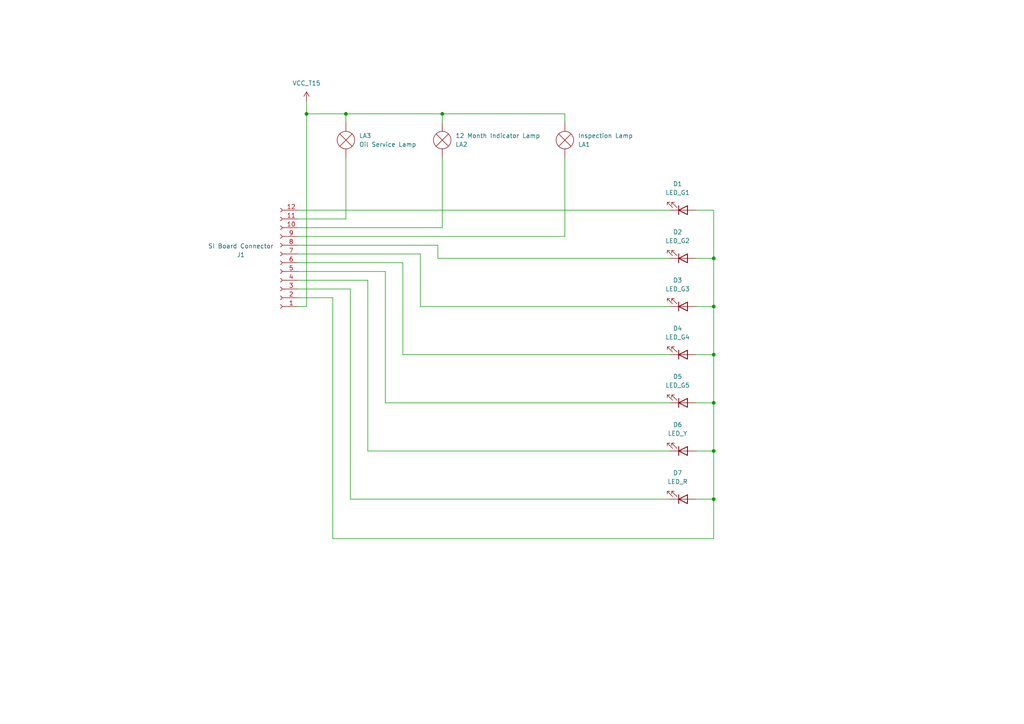
<source format=kicad_sch>
(kicad_sch (version 20250114) (generator "eeschema") (generator_version "9.0")
  (paper "A4")
  (title_block (title "SI Indicator Lights") (rev "0") (company "Reagan Ansel"))
  (lib_symbols
    (symbol "Connector:Conn_01x12_Socket" (pin_names (offset 1.016) (hide yes))
      (property "Reference" "J" (at 0 15.24 0))
      (property "Value" "Conn_01x12_Socket" (at 0 -17.78 0))
      (symbol "Conn_01x12_Socket_1_1"
        (polyline (pts (xy -1.27 12.7) (xy -0.508 12.7)) (stroke (width 0.1524)))
        (polyline (pts (xy -1.27 10.16) (xy -0.508 10.16)) (stroke (width 0.1524)))
        (polyline (pts (xy -1.27 7.62) (xy -0.508 7.62)) (stroke (width 0.1524)))
        (polyline (pts (xy -1.27 5.08) (xy -0.508 5.08)) (stroke (width 0.1524)))
        (polyline (pts (xy -1.27 2.54) (xy -0.508 2.54)) (stroke (width 0.1524)))
        (polyline (pts (xy -1.27 0) (xy -0.508 0)) (stroke (width 0.1524)))
        (polyline (pts (xy -1.27 -2.54) (xy -0.508 -2.54)) (stroke (width 0.1524)))
        (polyline (pts (xy -1.27 -5.08) (xy -0.508 -5.08)) (stroke (width 0.1524)))
        (polyline (pts (xy -1.27 -7.62) (xy -0.508 -7.62)) (stroke (width 0.1524)))
        (polyline (pts (xy -1.27 -10.16) (xy -0.508 -10.16)) (stroke (width 0.1524)))
        (polyline (pts (xy -1.27 -12.7) (xy -0.508 -12.7)) (stroke (width 0.1524)))
        (polyline (pts (xy -1.27 -15.24) (xy -0.508 -15.24)) (stroke (width 0.1524)))
        (arc (start 0 12.192) (mid -0.5058 12.7) (end 0 13.208) (stroke (width 0.1524)))
        (arc (start 0 9.652) (mid -0.5058 10.16) (end 0 10.668) (stroke (width 0.1524)))
        (arc (start 0 7.112) (mid -0.5058 7.62) (end 0 8.128) (stroke (width 0.1524)))
        (arc (start 0 4.572) (mid -0.5058 5.08) (end 0 5.588) (stroke (width 0.1524)))
        (arc (start 0 2.032) (mid -0.5058 2.54) (end 0 3.048) (stroke (width 0.1524)))
        (arc (start 0 -0.508) (mid -0.5058 0) (end 0 0.508) (stroke (width 0.1524)))
        (arc (start 0 -3.048) (mid -0.5058 -2.54) (end 0 -2.032) (stroke (width 0.1524)))
        (arc (start 0 -5.588) (mid -0.5058 -5.08) (end 0 -4.572) (stroke (width 0.1524)))
        (arc (start 0 -8.128) (mid -0.5058 -7.62) (end 0 -7.112) (stroke (width 0.1524)))
        (arc (start 0 -10.668) (mid -0.5058 -10.16) (end 0 -9.652) (stroke (width 0.1524)))
        (arc (start 0 -13.208) (mid -0.5058 -12.7) (end 0 -12.192) (stroke (width 0.1524)))
        (arc (start 0 -15.748) (mid -0.5058 -15.24) (end 0 -14.732) (stroke (width 0.1524)))
        (pin passive line (at -5.08 12.7 0) (length 3.81) (name "Pin_1") (number "1"))
        (pin passive line (at -5.08 10.16 0) (length 3.81) (name "Pin_2") (number "2"))
        (pin passive line (at -5.08 7.62 0) (length 3.81) (name "Pin_3") (number "3"))
        (pin passive line (at -5.08 5.08 0) (length 3.81) (name "Pin_4") (number "4"))
        (pin passive line (at -5.08 2.54 0) (length 3.81) (name "Pin_5") (number "5"))
        (pin passive line (at -5.08 0 0) (length 3.81) (name "Pin_6") (number "6"))
        (pin passive line (at -5.08 -2.54 0) (length 3.81) (name "Pin_7") (number "7"))
        (pin passive line (at -5.08 -5.08 0) (length 3.81) (name "Pin_8") (number "8"))
        (pin passive line (at -5.08 -7.62 0) (length 3.81) (name "Pin_9") (number "9"))
        (pin passive line (at -5.08 -10.16 0) (length 3.81) (name "Pin_10") (number "10"))
        (pin passive line (at -5.08 -12.7 0) (length 3.81) (name "Pin_11") (number "11"))
        (pin passive line (at -5.08 -15.24 0) (length 3.81) (name "Pin_12") (number "12"))
      )
    )
    (symbol "Device:LED" (pin_numbers (hide yes)) (pin_names (offset 1.016) (hide yes))
      (property "Reference" "D" (at 0 2.54 0))
      (property "Value" "LED" (at 0 -2.54 0))
      (symbol "LED_0_1"
        (polyline (pts (xy -3.048 -0.762) (xy -4.572 -2.286) (xy -3.81 -2.286) (xy -4.572 -2.286) (xy -4.572 -1.524)))
        (polyline (pts (xy -1.778 -0.762) (xy -3.302 -2.286) (xy -2.54 -2.286) (xy -3.302 -2.286) (xy -3.302 -1.524)))
        (polyline (pts (xy -1.27 0) (xy 1.27 0)))
        (polyline (pts (xy -1.27 -1.27) (xy -1.27 1.27)) (stroke (width 0.254)))
        (polyline (pts (xy 1.27 -1.27) (xy 1.27 1.27) (xy -1.27 0) (xy 1.27 -1.27)) (stroke (width 0.254)))
      )
      (symbol "LED_1_1"
        (pin passive line (at -3.81 0 0) (length 2.54) (name "K") (number "1"))
        (pin passive line (at 3.81 0 180) (length 2.54) (name "A") (number "2"))
      )
    )
    (symbol "Device:Lamp" (pin_numbers (hide yes)) (pin_names (offset 0.0254) (hide yes))
      (property "Reference" "LA" (at 0.635 3.81 0))
      (property "Value" "Lamp" (at 0.635 -3.81 0))
      (symbol "Lamp_0_1"
        (polyline (pts (xy -1.778 1.778) (xy 1.778 -1.778)))
        (circle (center 0 0) (radius 2.54))
        (polyline (pts (xy 1.778 1.778) (xy -1.778 -1.778)))
      )
      (symbol "Lamp_1_1"
        (pin passive line (at 0 5.08 270) (length 2.54) (name "+") (number "2"))
        (pin passive line (at 0 -5.08 90) (length 2.54) (name "-") (number "1"))
      )
    )
    (symbol "power:+12V" (power) (pin_numbers (hide yes)) (pin_names (offset 0) (hide yes))
      (property "Value" "+12V" (at 0 3.556 0))
      (symbol "+12V_0_1"
        (polyline (pts (xy -0.762 1.27) (xy 0 2.54)))
        (polyline (pts (xy 0 2.54) (xy 0.762 1.27)))
        (polyline (pts (xy 0 0) (xy 0 2.54)))
      )
      (symbol "+12V_1_1"
        (pin power_in line (at 0 0 90) (length 0) (name "~") (number "1"))
      )
    )
  )
  (junction (at 207.01 102.87))
  (junction (at 207.01 144.78))
  (junction (at 207.01 130.81))
  (junction (at 207.01 116.84))
  (junction (at 88.9 33.02))
  (junction (at 207.01 74.93))
  (junction (at 100.33 33.02))
  (junction (at 128.27 33.02))
  (junction (at 207.01 88.9))
  (wire (pts (xy 100.33 33.02) (xy 128.27 33.02)))
  (wire (pts (xy 201.93 60.96) (xy 207.01 60.96)))
  (wire (pts (xy 101.6 83.82) (xy 86.36 83.82)))
  (wire (pts (xy 194.31 102.87) (xy 116.84 102.87)))
  (wire (pts (xy 194.31 144.78) (xy 101.6 144.78)))
  (wire (pts (xy 100.33 35.56) (xy 100.33 33.02)))
  (wire (pts (xy 194.31 130.81) (xy 106.68 130.81)))
  (wire (pts (xy 207.01 144.78) (xy 207.01 130.81)))
  (wire (pts (xy 127 74.93) (xy 127 71.12)))
  (wire (pts (xy 116.84 76.2) (xy 86.36 76.2)))
  (wire (pts (xy 207.01 60.96) (xy 207.01 74.93)))
  (wire (pts (xy 201.93 144.78) (xy 207.01 144.78)))
  (wire (pts (xy 88.9 88.9) (xy 86.36 88.9)))
  (wire (pts (xy 201.93 130.81) (xy 207.01 130.81)))
  (wire (pts (xy 207.01 102.87) (xy 207.01 88.9)))
  (wire (pts (xy 163.83 45.72) (xy 163.83 68.58)))
  (wire (pts (xy 96.52 156.21) (xy 207.01 156.21)))
  (wire (pts (xy 163.83 33.02) (xy 163.83 35.56)))
  (wire (pts (xy 88.9 29.21) (xy 88.9 33.02)))
  (wire (pts (xy 207.01 130.81) (xy 207.01 116.84)))
  (wire (pts (xy 121.92 73.66) (xy 86.36 73.66)))
  (wire (pts (xy 201.93 88.9) (xy 207.01 88.9)))
  (wire (pts (xy 207.01 116.84) (xy 207.01 102.87)))
  (wire (pts (xy 121.92 88.9) (xy 121.92 73.66)))
  (wire (pts (xy 207.01 88.9) (xy 207.01 74.93)))
  (wire (pts (xy 207.01 74.93) (xy 201.93 74.93)))
  (wire (pts (xy 88.9 33.02) (xy 88.9 88.9)))
  (wire (pts (xy 101.6 144.78) (xy 101.6 83.82)))
  (wire (pts (xy 128.27 45.72) (xy 128.27 66.04)))
  (wire (pts (xy 100.33 33.02) (xy 88.9 33.02)))
  (wire (pts (xy 86.36 86.36) (xy 96.52 86.36)))
  (wire (pts (xy 111.76 116.84) (xy 111.76 78.74)))
  (wire (pts (xy 194.31 74.93) (xy 127 74.93)))
  (wire (pts (xy 106.68 130.81) (xy 106.68 81.28)))
  (wire (pts (xy 128.27 33.02) (xy 128.27 35.56)))
  (wire (pts (xy 106.68 81.28) (xy 86.36 81.28)))
  (wire (pts (xy 207.01 156.21) (xy 207.01 144.78)))
  (wire (pts (xy 116.84 102.87) (xy 116.84 76.2)))
  (wire (pts (xy 86.36 66.04) (xy 128.27 66.04)))
  (wire (pts (xy 201.93 102.87) (xy 207.01 102.87)))
  (wire (pts (xy 100.33 63.5) (xy 86.36 63.5)))
  (wire (pts (xy 163.83 68.58) (xy 86.36 68.58)))
  (wire (pts (xy 86.36 60.96) (xy 194.31 60.96)))
  (wire (pts (xy 194.31 116.84) (xy 111.76 116.84)))
  (wire (pts (xy 96.52 86.36) (xy 96.52 156.21)))
  (wire (pts (xy 128.27 33.02) (xy 163.83 33.02)))
  (wire (pts (xy 100.33 45.72) (xy 100.33 63.5)))
  (wire (pts (xy 127 71.12) (xy 86.36 71.12)))
  (wire (pts (xy 201.93 116.84) (xy 207.01 116.84)))
  (wire (pts (xy 194.31 88.9) (xy 121.92 88.9)))
  (wire (pts (xy 111.76 78.74) (xy 86.36 78.74)))
  (symbol (lib_id "Device:LED") (at 198.12 144.78 0) (mirror x) (unit 1)
    (property "Reference" "D7" (at 196.5325 137.16 0))
    (property "Value" "LED_R" (at 196.5325 139.7 0))
    (property "Footprint" "LED_THT:LED_D3.0mm" (effects (hide yes)))
    (property "Description" "Light emitting diode" (effects (hide yes)))
  )
  (symbol (lib_id "Device:Lamp") (at 128.27 40.64 0) (mirror y) (unit 1)
    (property "Reference" "LA2" (at 132.08 41.9101 0) (effects (justify right)))
    (property "Value" "12 Month Indicator Lamp" (at 132.08 39.3701 0) (effects (justify right)))
    (property "Footprint" "SI_THT:Lamp_D4.0mm_Horizontal_O3.81mm_Z2.0mm" (effects (hide yes)))
    (property "Description" "Lamp" (effects (hide yes)))
  )
  (symbol (lib_id "Device:LED") (at 198.12 102.87 0) (mirror x) (unit 1)
    (property "Reference" "D4" (at 196.5325 95.25 0))
    (property "Value" "LED_G4" (at 196.5325 97.79 0))
    (property "Footprint" "LED_THT:LED_D3.0mm" (effects (hide yes)))
    (property "Description" "Light emitting diode" (effects (hide yes)))
  )
  (symbol (lib_id "Connector:Conn_01x12_Socket") (at 81.28 76.2 180) (unit 1)
    (property "Reference" "J1" (at 69.85 73.914 0))
    (property "Value" "SI Board Connector" (at 69.85 71.374 0))
    (property "Footprint" "Connector_PinSocket_2.54mm:PinSocket_1x12_P2.54mm_Horizontal" (effects (hide yes)))
    (property "Description" "Generic connector, single row, 01x12, script generated" (effects (hide yes)))
  )
  (symbol (lib_id "Device:LED") (at 198.12 88.9 0) (mirror x) (unit 1)
    (property "Reference" "D3" (at 196.5325 81.28 0))
    (property "Value" "LED_G3" (at 196.5325 83.82 0))
    (property "Footprint" "LED_THT:LED_D3.0mm" (effects (hide yes)))
    (property "Description" "Light emitting diode" (effects (hide yes)))
  )
  (symbol (lib_id "Device:LED") (at 198.12 60.96 0) (mirror x) (unit 1)
    (property "Reference" "D1" (at 196.5325 53.34 0))
    (property "Value" "LED_G1" (at 196.5325 55.88 0))
    (property "Footprint" "LED_THT:LED_D3.0mm" (effects (hide yes)))
    (property "Description" "Light emitting diode" (effects (hide yes)))
  )
  (symbol (lib_id "Device:Lamp") (at 163.83 40.64 0) (mirror y) (unit 1)
    (property "Reference" "LA1" (at 167.64 41.9101 0) (effects (justify right)))
    (property "Value" "Inspection Lamp" (at 167.64 39.3701 0) (effects (justify right)))
    (property "Footprint" "SI_THT:Lamp_D4.0mm_Horizontal_O3.81mm_Z2.0mm" (effects (hide yes)))
    (property "Description" "Lamp" (effects (hide yes)))
  )
  (symbol (lib_id "Device:LED") (at 198.12 116.84 0) (mirror x) (unit 1)
    (property "Reference" "D5" (at 196.5325 109.22 0))
    (property "Value" "LED_G5" (at 196.5325 111.76 0))
    (property "Footprint" "LED_THT:LED_D3.0mm" (effects (hide yes)))
    (property "Description" "Light emitting diode" (effects (hide yes)))
  )
  (symbol (lib_id "Device:LED") (at 198.12 74.93 0) (mirror x) (unit 1)
    (property "Reference" "D2" (at 196.5325 67.31 0))
    (property "Value" "LED_G2" (at 196.5325 69.85 0))
    (property "Footprint" "LED_THT:LED_D3.0mm" (effects (hide yes)))
    (property "Description" "Light emitting diode" (effects (hide yes)))
  )
  (symbol (lib_id "power:+12V") (at 88.9 29.21 0) (unit 1)
    (property "Reference" "#PWR0101" (effects (hide yes)))
    (property "Value" "VCC_T15" (at 88.9 24.13 0))
    (property "Description" "Power symbol creates a global label with name \"+12V\"" (effects (hide yes)))
  )
  (symbol (lib_id "Device:LED") (at 198.12 130.81 0) (mirror x) (unit 1)
    (property "Reference" "D6" (at 196.5325 123.19 0))
    (property "Value" "LED_Y" (at 196.5325 125.73 0))
    (property "Footprint" "LED_THT:LED_D3.0mm" (effects (hide yes)))
    (property "Description" "Light emitting diode" (effects (hide yes)))
  )
  (symbol (lib_id "Device:Lamp") (at 100.33 40.64 180) (unit 1)
    (property "Reference" "LA3" (at 104.14 39.3699 0) (effects (justify right)))
    (property "Value" "Oil Service Lamp" (at 104.14 41.9099 0) (effects (justify right)))
    (property "Footprint" "SI_THT:Lamp_D4.0mm_Horizontal_O3.81mm_Z2.0mm" (effects (hide yes)))
    (property "Description" "Lamp" (effects (hide yes)))
  )
)
</source>
